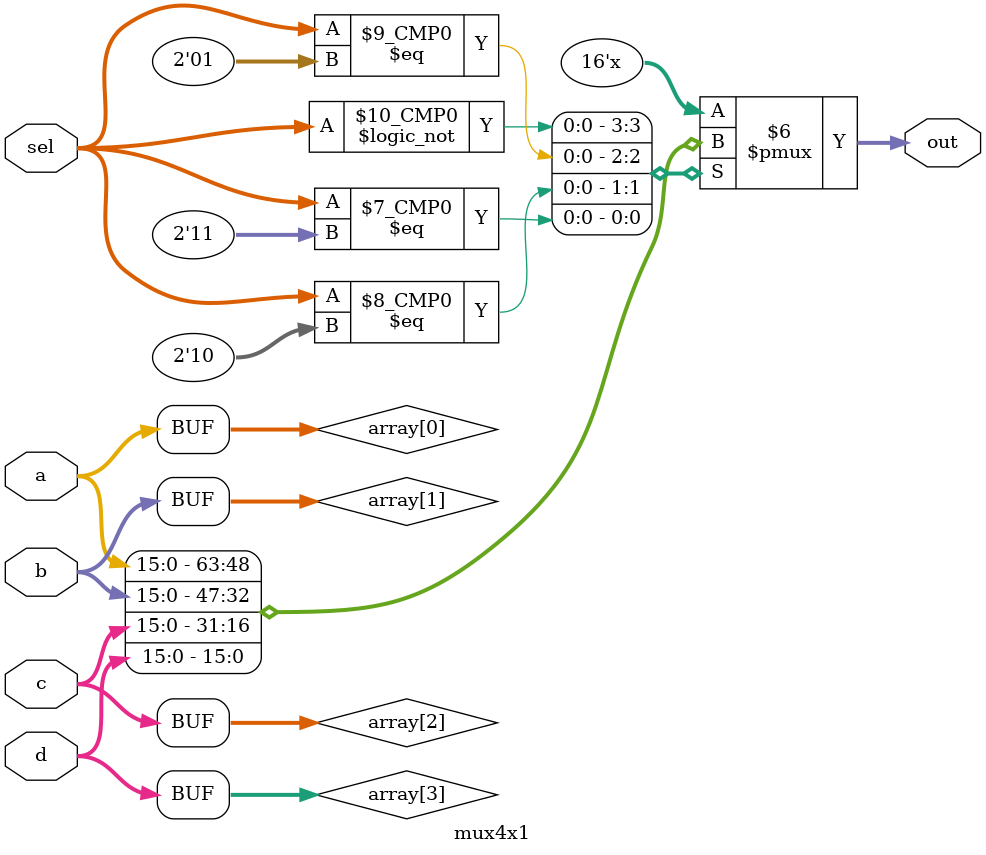
<source format=v>
`timescale 1ns / 1ps


module mux4x1(input [15:0] a, b, c, d, input [1:0] sel, output [15:0] out);
    wire [15:0] array [0:3];
    assign array[0] = a; 
    assign array[1] = b; 
    assign array[2] = c; 
    assign array[3] = d; 
    assign out = array[sel];
endmodule

</source>
